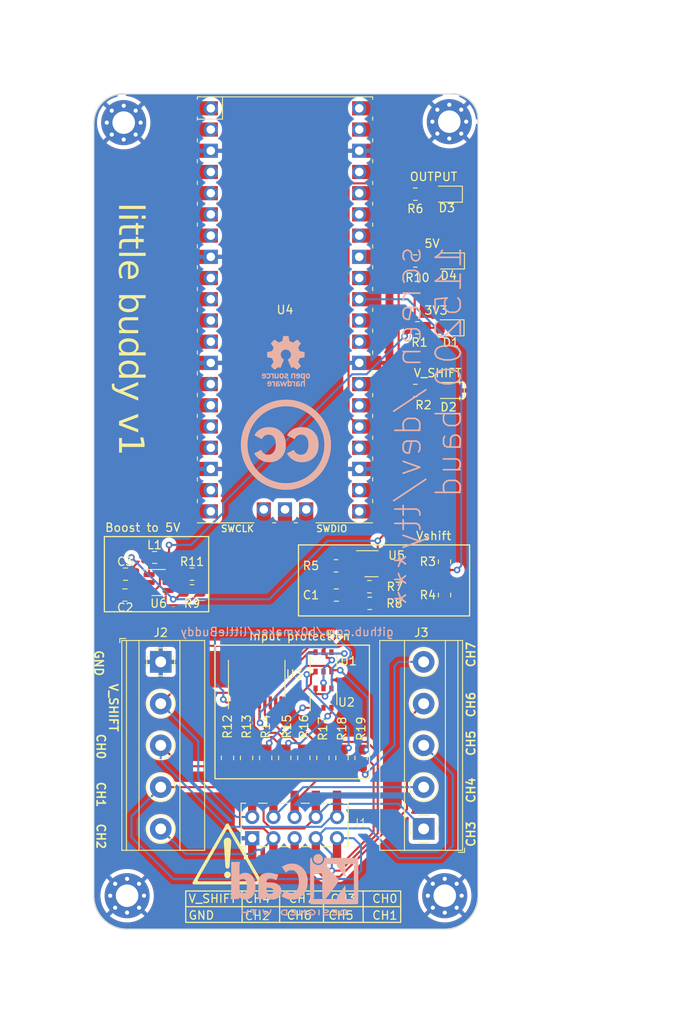
<source format=kicad_pcb>
(kicad_pcb (version 20240108) (generator "pcbnew") (generator_version "8.0")
  (layers (0 "F.Cu" signal) (31 "B.Cu" signal) (34 "B.Paste" user) (35 "F.Paste" user) (36 "B.SilkS" user "B.Silkscreen") (37 "F.SilkS" user "F.Silkscreen") (38 "B.Mask" user) (39 "F.Mask" user) (44 "Edge.Cuts" user))
  (net 0 "")
  (net 1 "GND")
  (net 2 "Net-(D1-A)")
  (net 3 "Net-(D2-A)")
  (net 4 "Net-(D3-A)")
  (net 5 "+5V")
  (net 6 "CH2")
  (net 7 "CH4")
  (net 8 "CH6")
  (net 9 "CH7")
  (net 10 "CH5")
  (net 11 "CH3")
  (net 12 "CH1")
  (net 13 "CH0")
  (net 14 "P0")
  (net 15 "P1")
  (net 16 "P2")
  (net 17 "P3")
  (net 18 "P4")
  (net 19 "P5")
  (net 20 "P6")
  (net 21 "P7")
  (net 22 "3V3")
  (net 23 "Net-(U4-GPIO19)")
  (net 24 "Net-(U6-VFB)")
  (net 47 "/V_SHIFT")
  (net 48 "Net-(U4-GPIO21)")
  (net 49 "Net-(U5-+)")
  (net 50 "Net-(U5--)")
  (net 51 "/V_SHIFT_SENSE")
  (net 52 "Net-(U3-A1)")
  (net 53 "Net-(U3-A2)")
  (net 54 "Net-(U3-A3)")
  (net 55 "Net-(U3-A4)")
  (net 56 "Net-(U3-A5)")
  (net 57 "Net-(U3-A6)")
  (net 58 "Net-(U3-A7)")
  (net 59 "Net-(U3-A8)")
  (net 60 "Net-(D4-A)")
  (net 64 "Net-(U6-SW)")
  (footprint "LED_SMD:LED_0805_2012Metric_Pad1.15x1.40mm_HandSolder" (layer "F.Cu") (at 152.5 79.5 180)
    (property "Reference" "D2")
    (property "Value" "LED")
  )
  (footprint "MountingHole:MountingHole_2.7mm_Pad_Via" (layer "F.Cu") (at 152.568109 47.318109)
    (property "Reference" "H3" (hide yes))
    (property "Value" "MountingHole_Pad")
  )
  (footprint "Resistor_SMD:R_0805_2012Metric_Pad1.20x1.40mm_HandSolder" (layer "F.Cu") (at 126 123.5 -90)
    (property "Reference" "R12")
    (property "Value" "1k")
  )
  (footprint "Resistor_SMD:R_0805_2012Metric_Pad1.20x1.40mm_HandSolder" (layer "F.Cu") (at 152 104 90)
    (property "Reference" "R4")
    (property "Value" "33K")
  )
  (footprint "Resistor_SMD:R_0805_2012Metric_Pad1.20x1.40mm_HandSolder" (layer "F.Cu") (at 121.75 101.5 180)
    (property "Reference" "R11")
    (property "Value" "309k")
  )
  (footprint "Package_SO:TSOP-6_1.65x3.05mm_P0.95mm" (layer "F.Cu") (at 137.5 112 90)
    (property "Reference" "U1")
    (property "Value" "NUP4302MR6T1G")
  )
  (footprint "Resistor_SMD:R_0805_2012Metric_Pad1.20x1.40mm_HandSolder" (layer "F.Cu") (at 139.714284 123.5 -90)
    (property "Reference" "R18")
    (property "Value" "1k")
  )
  (footprint "Resistor_SMD:R_0805_2012Metric_Pad1.20x1.40mm_HandSolder" (layer "F.Cu") (at 128.285714 123.5 -90)
    (property "Reference" "R13")
    (property "Value" "1k")
  )
  (footprint "Resistor_SMD:R_0805_2012Metric_Pad1.20x1.40mm_HandSolder" (layer "F.Cu") (at 121.75 103.5)
    (property "Reference" "R9")
    (property "Value" "976k")
  )
  (footprint "2x05_254mm_Vertical_Connector_THT+SMD:THT+SMD" (layer "F.Cu") (at 140.89 133.245 90)
    (property "Reference" "J1")
    (property "Value" "Conn_02x05_Counter_Clockwise")
  )
  (footprint "Resistor_SMD:R_0805_2012Metric_Pad1.20x1.40mm_HandSolder" (layer "F.Cu") (at 135.142856 123.5 -90)
    (property "Reference" "R16")
    (property "Value" "1k")
  )
  (footprint "Resistor_SMD:R_0805_2012Metric_Pad1.20x1.40mm_HandSolder" (layer "F.Cu") (at 137.42857 123.5 -90)
    (property "Reference" "R17")
    (property "Value" "1k")
  )
  (footprint "TerminalBlock_Phoenix:TerminalBlock_Phoenix_MKDS-1,5-5_1x05_P5.00mm_Horizontal" (layer "F.Cu") (at 149.5 132 90)
    (property "Reference" "J3")
    (property "Value" "Screw_Terminal_01x05")
  )
  (footprint "Resistor_SMD:R_0805_2012Metric_Pad1.20x1.40mm_HandSolder" (layer "F.Cu") (at 130.571428 123.5 -90)
    (property "Reference" "R14")
    (property "Value" "1k")
  )
  (footprint "Resistor_SMD:R_0805_2012Metric_Pad1.20x1.40mm_HandSolder" (layer "F.Cu") (at 148.5 56)
    (property "Reference" "R6")
    (property "Value" "470")
  )
  (footprint "Package_TO_SOT_SMD:SOT-23-5" (layer "F.Cu") (at 143.25 100.25)
    (property "Reference" "U5")
    (property "Value" "LM321")
  )
  (footprint "LED_SMD:LED_0805_2012Metric_Pad1.15x1.40mm_HandSolder" (layer "F.Cu") (at 152.275 56 180)
    (property "Reference" "D3")
    (property "Value" "LED")
  )
  (footprint "Resistor_SMD:R_0805_2012Metric_Pad1.20x1.40mm_HandSolder" (layer "F.Cu") (at 143.0375 105)
    (property "Reference" "R8")
    (property "Value" "33K")
  )
  (footprint "Capacitor_SMD:C_0805_2012Metric_Pad1.18x1.45mm_HandSolder" (layer "F.Cu") (at 113.7125 104 180)
    (property "Reference" "C2")
    (property "Value" "4.7uF")
  )
  (footprint "MountingHole:MountingHole_2.7mm_Pad_Via" (layer "F.Cu") (at 113.568109 47.431891)
    (property "Reference" "H2" (hide yes))
    (property "Value" "MountingHole_Pad")
  )
  (footprint "LED_SMD:LED_0805_2012Metric_Pad1.15x1.40mm_HandSolder" (layer "F.Cu") (at 152.475 72 180)
    (property "Reference" "D1")
    (property "Value" "LED")
  )
  (footprint "Package_TO_SOT_SMD:SOT-23-6" (layer "F.Cu") (at 117.75 102.5)
    (property "Reference" "U6")
    (property "Value" "MCP1640DCH")
  )
  (footprint "Resistor_SMD:R_0805_2012Metric_Pad1.20x1.40mm_HandSolder" (layer "F.Cu") (at 148.5 64)
    (property "Reference" "R10")
    (property "Value" "470")
  )
  (footprint "LED_SMD:LED_0805_2012Metric_Pad1.15x1.40mm_HandSolder" (layer "F.Cu") (at 152.525 64 180)
    (property "Reference" "D4")
    (property "Value" "LED")
  )
  (footprint "Resistor_SMD:R_0805_2012Metric_Pad1.20x1.40mm_HandSolder" (layer "F.Cu") (at 143 103)
    (property "Reference" "R7")
    (property "Value" "18K")
  )
  (footprint "Capacitor_SMD:C_0805_2012Metric_Pad1.18x1.45mm_HandSolder" (layer "F.Cu") (at 113.7875 101.5 180)
    (property "Reference" "C3")
    (property "Value" "10uF")
  )
  (footprint "TerminalBlock_Phoenix:TerminalBlock_Phoenix_MKDS-1,5-5_1x05_P5.00mm_Horizontal" (layer "F.Cu") (at 118 112 -90)
    (property "Reference" "J2")
    (property "Value" "Screw_Terminal_01x05")
  )
  (footprint "Elvis:Symbol_Attention_Triangle_8x7mm_Silk" (layer "F.Cu") (at 126 135)
    (property "Reference" "REF**" (hide yes))
    (property "Value" "Symbol_Attention_Triangle_8x7mm_Silk" (hide yes))
  )
  (footprint "Resistor_SMD:R_0805_2012Metric_Pad1.20x1.40mm_HandSolder" (layer "F.Cu") (at 139 100.5)
    (property "Reference" "R5")
    (property "Value" "R")
  )
  (footprint "Resistor_SMD:R_0805_2012Metric_Pad1.20x1.40mm_HandSolder" (layer "F.Cu") (at 152 100 90)
    (property "Reference" "R3")
    (property "Value" "18K")
  )
  (footprint "RP_Pico:RPi_Pico_SMD_TH" (layer "F.Cu") (at 132.89 69.85)
    (property "Reference" "U4")
    (property "Value" "Pico")
  )
  (footprint "Resistor_SMD:R_0805_2012Metric_Pad1.20x1.40mm_HandSolder" (layer "F.Cu") (at 148.5 79.5)
    (property "Reference" "R2")
    (property "Value" "470")
  )
  (footprint "Package_SO:TSSOP-20_4.4x6.5mm_P0.65mm" (layer "F.Cu") (at 129.5 114 90)
    (property "Reference" "U3")
    (property "Value" "TXS0108EPW")
  )
  (footprint "Resistor_SMD:R_0805_2012Metric_Pad1.20x1.40mm_HandSolder" (layer "F.Cu") (at 132.857142 123.5 -90)
    (property "Reference" "R15")
    (property "Value" "1k")
  )
  (footprint "Capacitor_SMD:C_0805_2012Metric_Pad1.18x1.45mm_HandSolder" (layer "F.Cu") (at 139.0375 104)
    (property "Reference" "C1")
    (property "Value" "C")
  )
  (footprint "MountingHole:MountingHole_2.7mm_Pad_Via" (layer "F.Cu") (at 113.975 140)
    (property "Reference" "H4" (hide yes))
    (property "Value" "MountingHole_Pad")
  )
  (footprint "Inductor_SMD:L_0805_2012Metric_Pad1.15x1.40mm_HandSolder" (layer "F.Cu") (at 117.275 99.5 180)
    (property "Reference" "L1")
    (property "Value" "4.7uH")
  )
  (footprint "Resistor_SMD:R_0805_2012Metric_Pad1.20x1.40mm_HandSolder" (layer "F.Cu") (at 148.75 72)
    (property "Reference" "R1")
    (property "Value" "470")
  )
  (footprint "Resistor_SMD:R_0805_2012Metric_Pad1.20x1.40mm_HandSolder" (layer "F.Cu") (at 142 123.5 -90)
    (property "Reference" "R19")
    (property "Value" "1k")
  )
  (footprint "MountingHole:MountingHole_2.7mm_Pad_Via" (layer "F.Cu") (at 152.025 140)
    (property "Reference" "H1" (hide yes))
    (property "Value" "MountingHole_Pad")
  )
  (footprint "Package_SO:TSOP-6_1.65x3.05mm_P0.95mm" (layer "F.Cu") (at 137.5 116.34 90)
    (property "Reference" "U2")
    (property "Value" "NUP4302MR6T1G")
  )
  (footprint "Symbol:OSHW-Logo_5.7x6mm_SilkScreen" (layer "B.Cu") (at 133 76 180)
    (property "Reference" "REF**" (hide yes))
    (property "Value" "OSHW-Logo_5.7x6mm_SilkScreen" (hide yes))
  )
  (footprint "Symbol:Symbol_CreativeCommons_SilkScreenTop_Type2_Big" (layer "B.Cu") (at 133 86 180)
    (property "Reference" "REF**" (hide yes))
    (property "Value" "Symbol_CreativeCommons_SilkScreenTop_Type2_Big" (hide yes))
  )
  (footprint "Symbol:KiCad-Logo2_6mm_SilkScreen" (layer "B.Cu") (at 134 138 180)
    (property "Reference" "REF**" (hide yes))
    (property "Value" "KiCad-Logo2_6mm_SilkScreen" (hide yes))
  )
  (gr_line (start 127.75 139.43775) (end 127.75 143.18775) (stroke (width 0.15)) (layer "F.SilkS"))
  (gr_line (start 132.25 139.43775) (end 132.25 143.18775) (stroke (width 0.15)) (layer "F.SilkS"))
  (gr_rect (start 121 139.43775) (end 146.75 143.18775) (stroke (width 0.15)) (fill none) (layer "F.SilkS"))
  (gr_line (start 142.25 139.43775) (end 142.25 143.18775) (stroke (width 0.15)) (layer "F.SilkS"))
  (gr_line (start 121 141.31275) (end 146.75 141.31275) (stroke (width 0.15)) (layer "F.SilkS"))
  (gr_rect (start 124.5 110) (end 143 126) (stroke (width 0.15)) (fill none) (layer "F.SilkS"))
  (gr_rect (start 134.5 98) (end 155 106.5) (stroke (width 0.15)) (fill none) (layer "F.SilkS"))
  (gr_line (start 137.5 139.43775) (end 137.5 143.18775) (stroke (width 0.15)) (layer "F.SilkS"))
  (gr_rect (start 111.25 97) (end 123.75 106) (stroke (width 0.15)) (fill none) (layer "F.SilkS"))
  (gr_line (start 155.999999 140.25) (end 156 47) (stroke (width 0.1)) (layer "Edge.Cuts"))
  (gr_arc (start 110 47.5) (mid 111.025126 45.025127) (end 113.5 44) (stroke (width 0.15)) (layer "Edge.Cuts"))
  (gr_line (start 110 47.5) (end 110.000001 140.25) (stroke (width 0.1)) (layer "Edge.Cuts"))
  (gr_line (start 114.266595 143.998927) (end 152.266595 143.998927) (stroke (width 0.1)) (layer "Edge.Cuts"))
  (gr_arc (start 114.266595 143.998927) (mid 111.354591 143.010698) (end 110.000001 140.25) (stroke (width 0.15)) (layer "Edge.Cuts"))
  (gr_arc (start 155.999999 140.25) (mid 154.839819 142.828059) (end 152.266595 143.998927) (stroke (width 0.15)) (layer "Edge.Cuts"))
  (gr_line (start 113.5 44) (end 153 44) (stroke (width 0.1)) (layer "Edge.Cuts"))
  (gr_arc (start 153 44) (mid 155.12132 44.87868) (end 156 47) (stroke (width 0.15)) (layer "Edge.Cuts"))
  (gr_text "screen /dev/tty***\n115200 baud" (at 154.25 62 90) (layer "B.SilkS") (effects (font (size 3 3) (thickness 0.2) (bold yes)) (justify left bottom mirror)))
  (gr_text "github.com/b0xmaker/littleBuddy" (at 146 109 0) (layer "B.SilkS") (effects (font (size 1 1)) (justify left bottom mirror)))
  (gr_text "V_SHIFT" (at 148.225 78 0) (layer "F.SilkS") (effects (font (size 1 1)) (justify left bottom)))
  (gr_text "GND" (at 121.25 142.93775 0) (layer "F.SilkS") (effects (font (size 1 1)) (justify left bottom)))
  (gr_text "CH7" (at 133.25 140.93775 0) (layer "F.SilkS") (effects (font (size 1 1)) (justify left bottom)))
  (gr_text "CH1" (at 110.25 126.25 -90) (layer "F.SilkS") (effects (font (size 1 1) (thickness 0.2) (bold yes)) (justify left bottom)))
  (gr_text "CH1" (at 143.25 142.93775 0) (layer "F.SilkS") (effects (font (size 1 1)) (justify left bottom)))
  (gr_text "V_SHIFT" (at 111.75 114.5 270) (layer "F.SilkS") (effects (font (size 1 1) (thickness 0.2) (bold yes)) (justify left bottom)))
  (gr_text "CH3" (at 155.75 134.25 90) (layer "F.SilkS") (effects (font (size 1 1) (thickness 0.2) (bold yes)) (justify left bottom)))
  (gr_text "CH6" (at 133 142.93775 0) (layer "F.SilkS") (effects (font (size 1 1)) (justify left bottom)))
  (gr_text "CH2" (at 128 143 0) (layer "F.SilkS") (effects (font (size 1 1) (thickness 0.125)) (justify left bottom)))
  (gr_text "CH7" (at 155.75 112.75 90) (layer "F.SilkS") (effects (font (size 1 1) (thickness 0.2) (bold yes)) (justify left bottom)))
  (gr_text "CH0" (at 110.25 120.5 -90) (layer "F.SilkS") (effects (font (size 1 1) (thickness 0.2) (bold yes)) (justify left bottom)))
  (gr_text "CH4" (at 155.75 129 90) (layer "F.SilkS") (effects (font (size 1 1) (thickness 0.2) (bold yes)) (justify left bottom)))
  (gr_text "Input protection" (at 128.5 109.5 0) (layer "F.SilkS") (effects (font (size 1 1)) (justify left bottom)))
  (gr_text "Vshift" (at 148.5 97.5 0) (layer "F.SilkS") (effects (font (size 1 1)) (justify left bottom)))
  (gr_text "CH6" (at 155.75 118.75 90) (layer "F.SilkS") (effects (font (size 1 1) (thickness 0.2) (bold yes)) (justify left bottom)))
  (gr_text "GND" (at 110 110.5 -90) (layer "F.SilkS") (effects (font (size 1 1) (thickness 0.2) (bold yes)) (justify left bottom)))
  (gr_text "3V3" (at 149.5 70.5 0) (layer "F.SilkS") (effects (font (size 1 1)) (justify left bottom)))
  (gr_text "5V" (at 149.5 62.5 0) (layer "F.SilkS") (effects (font (size 1 1)) (justify left bottom)))
  (gr_text "Boost to 5V" (at 111.25 96.5 0) (layer "F.SilkS") (effects (font (size 1 1)) (justify left bottom)))
  (gr_text "CH4" (at 128 140.93775 0) (layer "F.SilkS") (effects (font (size 1 1)) (justify left bottom)))
  (gr_text "CH0" (at 143.25 140.93775 0) (layer "F.SilkS") (effects (font (size 1 1)) (justify left bottom)))
  (gr_text "CH5" (at 155.75 123.366944 90) (layer "F.SilkS") (effects (font (size 1 1) (thickness 0.2) (bold yes)) (justify left bottom)))
  (gr_text "V_SHIFT" (at 121.25 140.93775 0) (layer "F.SilkS") (effects (font (size 1 1)) (justify left bottom)))
  (gr_text "CH5" (at 138 142.93775 0) (layer "F.SilkS") (effects (font (size 1 1)) (justify left bottom)))
  (gr_text "OUTPUT" (at 147.75 54.5 0) (layer "F.SilkS") (effects (font (size 1 1)) (justify left bottom)))
  (gr_text "little buddy v1" (at 112.5 57 -90) (layer "F.SilkS") (effects (font (size 3 3)) (justify left bottom)))
  (gr_text "CH3" (at 138.25 140.93775 0) (layer "F.SilkS") (effects (font (size 1 1)) (justify left bottom)))
  (gr_text "CH2" (at 110.25 131.25 -90) (layer "F.SilkS") (effects (font (size 1 1) (thickness 0.2) (bold yes)) (justify left bottom)))
  (segment (start 114.05 102.8) (end 112.75 101.5) (width 0.25) (layer "F.Cu") (net 1))
  (segment (start 116.3125 102.8) (end 114.05 102.8) (width 0.25) (layer "F.Cu") (net 1))
  (segment (start 116.6125 102.5) (end 116.3125 102.8) (width 0.25) (layer "F.Cu") (net 1))
  (segment (start 149.75 72) (end 151.45 72) (width 0.25) (layer "F.Cu") (net 2))
  (segment (start 149.5 79.5) (end 151.475 79.5) (width 0.25) (layer "F.Cu") (net 3))
  (segment (start 149.5 56) (end 151.25 56) (width 0.25) (layer "F.Cu") (net 4))
  (segment (start 119.5 104.5) (end 119.75 104.5) (width 0.25) (layer "F.Cu") (net 5))
  (segment (start 146.5 96.5) (end 146.5 65) (width 0.25) (layer "F.Cu") (net 5))
  (segment (start 115.35 100) (end 115 100) (width 0.25) (layer "F.Cu") (net 5))
  (segment (start 146.5 65) (end 147.5 64) (width 0.25) (layer "F.Cu") (net 5))
  (segment (start 144 97.5) (end 144 98.9125) (width 0.25) (layer "F.Cu") (net 5))
  (segment (start 114.825 100.525) (end 115.35 100) (width 0.25) (layer "F.Cu") (net 5))
  (segment (start 115 100) (end 114.5 99.5) (width 0.25) (layer "F.Cu") (net 5))
  (segment (start 118.8875 102.5) (end 119.75 102.5) (width 0.25) (layer "F.Cu") (net 5))
  (segment (start 144 97.5) (end 144.755 96.745) (width 0.25) (layer "F.Cu") (net 5))
  (segment (start 146.255 96.745) (end 146.5 96.5) (width 0.25) (layer "F.Cu") (net 5))
  (segment (start 144 98.9125) (end 144.3875 99.3) (width 0.25) (layer "F.Cu") (net 5))
  (segment (start 144.755 96.745) (end 146.255 96.745) (width 0.25) (layer "F.Cu") (net 5))
  (segment (start 114.825 101.5) (end 114.825 100.525) (width 0.25) (layer "F.Cu") (net 5))
  (segment (start 119.75 104.5) (end 120.75 103.5) (width 0.25) (layer "F.Cu") (net 5))
  (segment (start 119.75 102.5) (end 120.75 103.5) (width 0.25) (layer "F.Cu") (net 5))
  (via (at 119.5 104.5) (size 0.8) (drill 0.4) (layers "F.Cu" "B.Cu") (net 5))
  (via (at 144 97.5) (size 0.8) (drill 0.4) (layers "F.Cu" "B.Cu") (net 5))
  (via (at 114.5 99.5) (size 0.8) (drill 0.4) (layers "F.Cu" "B.Cu") (net 5))
  (segment (start 131 104.5) (end 138 97.5) (width 0.25) (layer "B.Cu") (net 5))
  (segment (start 138 97.5) (end 144 97.5) (width 0.25) (layer "B.Cu") (net 5))
  (segment (start 114.5 99.5) (end 119.5 104.5) (width 0.25) (layer "B.Cu") (net 5))
  (segment (start 119.5 104.5) (end 131 104.5) (width 0.25) (layer "B.Cu") (net 5))
  (segment (start 127.94 131.94) (end 130.325 131.94) (width 0.25) (layer "F.Cu") (net 6))
  (segment (start 127.5 131.5) (end 127.94 131.94) (width 0.25) (layer "F.Cu") (net 6))
  (segment (start 127.5 127.571428) (end 127.5 131.5) (width 0.25) (layer "F.Cu") (net 6))
  (segment (start 130.325 131.94) (end 131.5 133.115) (width 0.25) (layer "F.Cu") (net 6))
  (segment (start 130.571428 124.5) (end 127.5 127.571428) (width 0.25) (layer "F.Cu") (net 6))
  (segment (start 121 135) (end 129 135) (width 0.25) (layer "B.Cu") (net 6))
  (segment (start 129.5 134.5) (end 130.115 134.5) (width 0.25) (layer "B.Cu") (net 6))
  (segment (start 118 132) (end 121 135) (width 0.25) (layer "B.Cu") (net 6))
  (segment (start 129 135) (end 129.5 134.5) (width 0.25) (layer "B.Cu") (net 6))
  (segment (start 130.115 134.5) (end 131.5 133.115) (width 0.25) (layer "B.Cu") (net 6))
  (segment (start 131.5 130.575) (end 131.5 128.142856) (width 0.25) (layer "F.Cu") (net 7))
  (segment (start 131.5 128.142856) (end 135.142856 124.5) (width 0.25) (layer "F.Cu") (net 7))
  (segment (start 149.5 127) (end 135.075 127) (width 0.25) (layer "B.Cu") (net 7))
  (segment (start 135.075 127) (end 131.5 130.575) (width 0.25) (layer "B.Cu") (net 7))
  (segment (start 134.04 133.115) (end 134.04 134.317081) (width 0.25) (layer "F.Cu") (net 8))
  (segment (start 139.895 136) (end 143.5 132.395) (width 0.25) (layer "F.Cu") (net 8))
  (segment (start 147.5 119) (end 149.5 117) (width 0.25) (layer "F.Cu") (net 8))
  (segment (start 143.5 132.395) (end 143.5 124.3799) (width 0.25) (layer "F.Cu") (net 8))
  (segment (start 135.722919 136) (end 139.895 136) (width 0.25) (layer "F.Cu") (net 8))
  (segment (start 140.639284 123.575) (end 139.714284 124.5) (width 0.25) (layer "F.Cu") (net 8))
  (segment (start 143.5 124.3799) (end 142.6951 123.575) (width 0.25) (layer "F.Cu") (net 8))
  (segment (start 147.5 129.667792) (end 147.5 119) (width 0.25) (layer "F.Cu") (net 8))
  (segment (start 134.04 134.317081) (end 137.447919 137.725) (width 0.25) (layer "F.Cu") (net 8))
  (segment (start 139.442792 137.725) (end 147.5 129.667792) (width 0.25) (layer "F.Cu") (net 8))
  (segment (start 137.447919 137.725) (end 139.442792 137.725) (width 0.25) (layer "F.Cu") (net 8))
  (segment (start 142.6951 123.575) (end 140.639284 123.575) (width 0.25) (layer "F.Cu") (net 8))
  (segment (start 134.04 134.317081) (end 135.722919 136) (width 0.25) (layer "F.Cu") (net 8))
  (segment (start 141.075 125.425) (end 142 124.5) (width 0.25) (layer "F.Cu") (net 9))
  (segment (start 142 125) (end 142.5 125.5) (width 0.25) (layer "F.Cu") (net 9))
  (segment (start 134.04 130.575) (end 134.04 128.815) (width 0.25) (layer "F.Cu") (net 9))
  (segment (start 142 124.5) (end 142 125) (width 0.25) (layer "F.Cu") (net 9))
  (segment (start 137.43 125.425) (end 141.075 125.425) (width 0.25) (layer "F.Cu") (net 9))
  (segment (start 134.04 128.815) (end 137.43 125.425) (width 0.25) (layer "F.Cu") (net 9))
  (via (at 142.5 125.5) (size 0.8) (drill 0.4) (layers "F.Cu" "B.Cu") (net 9))
  (segment (start 146 122) (end 146 112.5) (width 0.25) (layer "B.Cu") (net 9))
  (segment (start 146 112.5) (end 146.5 112) (width 0.25) (layer "B.Cu") (net 9))
  (segment (start 146.5 112) (end 149.5 112) (width 0.25) (layer "B.Cu") (net 9))
  (segment (start 142.5 125.5) (end 146 122) (width 0.25) (layer "B.Cu") (net 9))
  (segment (start 144 122.8799) (end 144 132.531396) (width 0.25) (layer "F.Cu") (net 10))
  (segment (start 138.689284 123.239286) (end 138.689284 121.810716) (width 0.25) (layer "F.Cu") (net 10))
  (segment (start 138.925 121.575) (end 142.6951 121.575) (width 0.25) (layer "F.Cu") (net 10))
  (segment (start 137.42857 124.5) (end 138.689284 123.239286) (width 0.25) (layer "F.Cu") (net 10))
  (segment (start 139.531396 137) (end 138.5 137) (width 0.25) (layer "F.Cu") (net 10))
  (segment (start 144 132.531396) (end 139.531396 137) (width 0.25) (layer "F.Cu") (net 10))
  (segment (start 142.6951 121.575) (end 144 122.8799) (width 0.25) (layer "F.Cu") (net 10))
  (segment (start 138.689284 121.810716) (end 138.925 121.575) (width 0.25) (layer "F.Cu") (net 10))
  (via (at 138.5 137) (size 0.8) (drill 0.4) (layers "F.Cu" "B.Cu") (net 10))
  (segment (start 146.5 135.5) (end 151.5 135.5) (width 0.25) (layer "B.Cu") (net 10))
  (segment (start 153 125.5) (end 149.5 122) (width 0.25) (layer "B.Cu") (net 10))
  (segment (start 138.5 137) (end 138.5 135.035) (width 0.25) (layer "B.Cu") (net 10))
  (segment (start 142.94 131.94) (end 146.5 135.5) (width 0.25) (layer "B.Cu") (net 10))
  (segment (start 137.755 131.94) (end 142.94 131.94) (width 0.25) (layer "B.Cu") (net 10))
  (segment (start 151.5 135.5) (end 153 134) (width 0.25) (layer "B.Cu") (net 10))
  (segment (start 136.58 133.115) (end 137.755 131.94) (width 0.25) (layer "B.Cu") (net 10))
  (segment (start 138.5 135.035) (end 136.58 133.115) (width 0.25) (layer "B.Cu") (net 10))
  (segment (start 153 134) (end 153 125.5) (width 0.25) (layer "B.Cu") (net 10))
  (segment (start 130.325 131.061701) (end 130.325 127.032142) (width 0.25) (layer "F.Cu") (net 11))
  (segment (start 130.325 127.032142) (end 132.857142 124.5) (width 0.25) (layer "F.Cu") (net 11))
  (segment (start 136.58 130.575) (end 135.215 131.94) (width 0.25) (layer "F.Cu") (net 11))
  (segment (start 131.203299 131.94) (end 130.325 131.061701) (width 0.25) (layer "F.Cu") (net 11))
  (segment (start 135.215 131.94) (end 131.203299 131.94) (width 0.25) (layer "F.Cu") (net 11))
  (segment (start 149.5 132) (end 146.5 129) (width 0.25) (layer "B.Cu") (net 11))
  (segment (start 146.5 129) (end 138.155 129) (width 0.25) (layer "B.Cu") (net 11))
  (segment (start 138.155 129) (end 136.58 130.575) (width 0.25) (layer "B.Cu") (net 11))
  (segment (start 118 127) (end 125.785714 127) (width 0.25) (layer "F.Cu") (net 12))
  (segment (start 125.785714 127) (end 128.285714 124.5) (width 0.25) (layer "F.Cu") (net 12))
  (segment (start 141 138) (end 142 137) (width 0.25) (layer "B.Cu") (net 12))
  (segment (start 118 127) (end 114.5 130.5) (width 0.25) (layer "B.Cu") (net 12))
  (segment (start 119.5 138) (end 141 138) (width 0.25) (layer "B.Cu") (net 12))
  (segment (start 141.115 133.115) (end 139.12 133.115) (width 0.25) (layer "B.Cu") (net 12))
  (segment (start 114.5 133) (end 119.5 138) (width 0.25) (layer "B.Cu") (net 12))
  (segment (start 114.5 130.5) (end 114.5 133) (width 0.25) (layer "B.Cu") (net 12))
  (segment (start 142 137) (end 142 134) (width 0.25) (layer "B.Cu") (net 12))
  (segment (start 142 134) (end 141.115 133.115) (width 0.25) (layer "B.Cu") (net 12))
  (segment (start 126 124.5) (end 120.5 124.5) (width 0.25) (layer "F.Cu") (net 13))
  (segment (start 120.5 124.5) (end 118 122) (width 0.25) (layer "F.Cu") (net 13))
  (segment (start 138.425 130.575) (end 139.12 130.575) (width 0.25) (layer "B.Cu") (net 13))
  (segment (start 118 123.838477) (end 125.911523 131.75) (width 0.25) (layer "B.Cu") (net 13))
  (segment (start 137.25 131.75) (end 138.425 130.575) (width 0.25) (layer "B.Cu") (net 13))
  (segment (start 118 122) (end 118 123.838477) (width 0.25) (layer "B.Cu") (net 13))
  (segment (start 125.911523 131.75) (end 137.25 131.75) (width 0.25) (layer "B.Cu") (net 13))
  (segment (start 117.9 102.824999) (end 117.274999 103.45) (width 0.25) (layer "F.Cu") (net 22))
  (segment (start 116.5625 103.5) (end 116.6125 103.45) (width 0.25) (layer "F.Cu") (net 22))
  (segment (start 122.937501 110.075) (end 126.899999 110.075) (width 0.25) (layer "F.Cu") (net 22))
  (segment (start 116.6125 103.749999) (end 122.937501 110.075) (width 0.25) (layer "F.Cu") (net 22))
  (segment (start 118.8875 101.55) (end 118.8875 100.0875) (width 0.25) (layer "F.Cu") (net 22))
  (segment (start 119 98.8) (end 118.3 99.5) (width 0.25) (layer "F.Cu") (net 22))
  (segment (start 118.225001 101.55) (end 117.9 101.875001) (width 0.25) (layer "F.Cu") (net 22))
  (segment (start 114.75 103.5) (end 116.5625 103.5) (width 0.25) (layer "F.Cu") (net 22))
  (segment (start 127.225 110.400001) (end 127.225 111.1375) (width 0.25) (layer "F.Cu") (net 22))
  (segment (start 148.425 71.325) (end 147.75 72) (width 0.25) (layer "F.Cu") (net 22))
  (segment (start 148.425 60.915) (end 148.425 71.325) (width 0.25) (layer "F.Cu") (net 22))
  (segment (start 147.75 72) (end 147.75 72.475) (width 0.25) (layer "F.Cu") (net 22))
  (segment (start 117.9 101.875001) (end 117.9 102.824999) (width 0.25) (layer "F.Cu") (net 22))
  (segment (start 143.39 55.88) (end 148.425 60.915) (width 0.25) (layer "F.Cu") (net 22))
  (segment (start 118.8875 100.0875) (end 118.3 99.5) (width 0.25) (layer "F.Cu") (net 22))
  (segment (start 119 98) (end 119 98.8) (width 0.25) (layer "F.Cu") (net 22))
  (segment (start 118.8875 101.55) (end 118.225001 101.55) (width 0.25) (layer "F.Cu") (net 22))
  (segment (start 116.6125 103.45) (end 116.6125 103.749999) (width 0.25) (layer "F.Cu") (net 22))
  (segment (start 117.274999 103.45) (end 116.6125 103.45) (width 0.25) (layer "F.Cu") (net 22))
  (segment (start 126.899999 110.075) (end 127.225 110.400001) (width 0.25) (layer "F.Cu") (net 22))
  (segment (start 147.75 72.475) (end 147.225 73) (width 0.25) (layer "F.Cu") (net 22))
  (segment (start 141.78 55.88) (end 143.39 55.88) (width 0.25) (layer "F.Cu") (net 22))
  (via (at 119 98) (size 0.8) (drill 0.4) (layers "F.Cu" "B.Cu") (net 22))
  (via (at 147.225 73) (size 0.8) (drill 0.4) (layers "F.Cu" "B.Cu") (net 22))
  (segment (start 142.66 77.565) (end 140.935 77.565) (width 0.25) (layer "B.Cu") (net 22))
  (segment (start 125.5 94.141701) (end 121.641701 98) (width 0.25) (layer "B.Cu") (net 22))
  (segment (start 121.641701 98) (end 119 98) (width 0.25) (layer "B.Cu") (net 22))
  (segment (start 125.5 93) (end 125.5 94.141701) (width 0.25) (layer "B.Cu") (net 22))
  (segment (start 140.935 77.565) (end 125.5 93) (width 0.25) (layer "B.Cu") (net 22))
  (segment (start 147.225 73) (end 142.66 77.565) (width 0.25) (layer "B.Cu") (net 22))
  (segment (start 140.5 54.81) (end 140.5 82.54) (width 0.25) (layer "F.Cu") (net 23))
  (segment (start 140.5 82.54) (end 141.78 83.82) (width 0.25) (layer "F.Cu") (net 23))
  (segment (start 147.5 56) (end 146.205 54.705) (width 0.25) (layer "F.Cu") (net 23))
  (segment (start 140.605 54.705) (end 140.5 54.81) (width 0.25) (layer "F.Cu") (net 23))
  (segment (start 146.205 54.705) (end 140.605 54.705) (width 0.25) (layer "F.Cu") (net 23))
  (segment (start 118.5875 105.0875) (end 118.725 105.225) (width 0.25) (layer "F.Cu") (net 24))
  (segment (start 118.8875 103.45) (end 118.5875 103.75) (width 0.25) (layer "F.Cu") (net 24))
  (segment (start 122.75 101.5) (end 122.75 103.5) (width 0.25) (layer "F.Cu") (net 24))
  (segment (start 121.025 105.225) (end 122.75 103.5) (width 0.25) (layer "F.Cu") (net 24))
  (segment (start 118.725 105.225) (end 121.025 105.225) (width 0.25) (layer "F.Cu") (net 24))
  (segment (start 118.5875 103.75) (end 118.5875 105.0875) (width 0.25) (layer "F.Cu") (net 24))
  (segment (start 144 101.5875) (end 144.3875 101.2) (width 0.25) (layer "F.Cu") (net 47))
  (segment (start 144 103) (end 144 101.5875) (width 0.25) (layer "F.Cu") (net 47))
  (segment (start 138.5 111.790002) (end 138.450002 111.790002) (width 0.25) (layer "F.Cu") (net 47))
  (segment (start 138.450002 111.790002) (end 138.175 111.515) (width 0.25) (layer "F.Cu") (net 47))
  (segment (start 137.87 111.21) (end 137.5 110.84) (width 0.25) (layer "F.Cu") (net 47))
  (segment (start 144.3875 101.2) (end 149.8 101.2) (width 0.25) (layer "F.Cu") (net 47))
  (segment (start 144.9625 103.9625) (end 144 103) (width 0.25) (layer "F.Cu") (net 47))
  (segment (start 144.6326 106.025) (end 144.9625 105.6951) (width 0.25) (layer "F.Cu") (net 47))
  (segment (start 135.798605 110.165) (end 137.425 110.165) (width 0.25) (layer "F.Cu") (net 47))
  (segment (start 137.5 110.24) (end 137.5 110.84) (width 0.25) (layer "F.Cu") (net 47))
  (segment (start 152 99) (end 152 84) (width 0.25) (layer "F.Cu") (net 47))
  (segment (start 142.01 106.025) (end 144.6326 106.025) (width 0.25) (layer "F.Cu") (net 47))
  (segment (start 137.5 114.5) (end 137.5 115.18) (width 0.25) (layer "F.Cu") (net 47))
  (segment (start 127.225 116.8625) (end 127.225 116.125001) (width 0.25) (layer "F.Cu") (net 47))
  (segment (start 152 84) (end 147.5 79.5) (width 0.25) (layer "F.Cu") (net 47))
  (segment (start 127.225 116.125001) (end 130.368199 112.981802) (width 0.25) (layer "F.Cu") (net 47))
  (segment (start 126.799999 115.7) (end 127.225 116.125001) (width 0.25) (layer "F.Cu") (net 47))
  (segment (start 138.175 111.515) (end 137.87 111.515) (width 0.25) (layer "F.Cu") (net 47))
  (segment (start 132.981803 112.981802) (end 135.798605 110.165) (width 0.25) (layer "F.Cu") (net 47))
  (segment (start 118 117) (end 119.3 115.7) (width 0.25) (layer "F.Cu") (net 47))
  (segment (start 119.3 115.7) (end 126.799999 115.7) (width 0.25) (layer "F.Cu") (net 47))
  (segment (start 130.368199 112.981802) (end 132.981803 112.981802) (width 0.25) (layer "F.Cu") (net 47))
  (segment (start 144.9625 105.6951) (end 144.9625 103.9625) (width 0.25) (layer "F.Cu") (net 47))
  (segment (start 137.5 110.84) (end 137.5 110.535) (width 0.25) (layer "F.Cu") (net 47))
  (segment (start 149.8 101.2) (end 152 99) (width 0.25) (layer "F.Cu") (net 47))
  (segment (start 137.425 110.165) (end 137.5 110.24) (width 0.25) (layer "F.Cu") (net 47))
  (segment (start 137.87 111.515) (end 137.87 111.21) (width 0.25) (layer "F.Cu") (net 47))
  (segment (start 137.5 110.535) (end 142.01 106.025) (width 0.25) (layer "F.Cu") (net 47))
  (via (at 138.5 111.790002) (size 0.8) (drill 0.4) (layers "F.Cu" "B.Cu") (net 47))
  (via (at 137.5 114.5) (size 0.8) (drill 0.4) (layers "F.Cu" "B.Cu") (net 47))
  (segment (start 137.5 112.790002) (end 137.5 114.5) (width 0.25) (layer "B.Cu") (net 47))
  (segment (start 122.5 126) (end 122.5 121.5) (width 0.25) (layer "B.Cu") (net 47))
  (segment (start 138.5 111.790002) (end 137.5 112.790002) (width 0.25) (layer "B.Cu") (net 47))
  (segment (start 127.075 130.575) (end 122.5 126) (width 0.25) (layer "B.Cu") (net 47))
  (segment (start 128.96 130.575) (end 127.075 130.575) (width 0.25) (layer "B.Cu") (net 47))
  (segment (start 122.5 121.5) (end 118 117) (width 0.25) (layer "B.Cu") (net 47))
  (segment (start 140 103.925) (end 140.075 104) (width 0.25) (layer "F.Cu") (net 49))
  (segment (start 141.2 99.3) (end 142.1125 99.3) (width 0.25) (layer "F.Cu") (net 49))
  (segment (start 140 100.5) (end 141.2 99.3) (width 0.25) (layer "F.Cu") (net 49))
  (segment (start 140 100.5) (end 140 103.925) (width 0.25) (layer "F.Cu") (net 49))
  (segment (start 142 103) (end 142 101.3125) (width 0.25) (layer "F.Cu") (net 50))
  (segment (start 144.0375 105) (end 144 105) (width 0.25) (layer "F.Cu") (net 50))
  (segment (start 144 105) (end 142 103) (width 0.25) (layer "F.Cu") (net 50))
  (segment (start 142 101.3125) (end 142.1125 101.2) (width 0.25) (layer "F.Cu") (net 50))
  (segment (start 152 101) (end 153.5 101) (width 0.25) (layer "F.Cu") (net 51))
  (segment (start 152 101) (end 152 103) (width 0.25) (layer "F.Cu") (net 51))
  (via (at 153.5 101) (size 0.8) (drill 0.4) (layers "F.Cu" "B.Cu") (net 51))
  (segment (start 147.58 68.58) (end 141.78 68.58) (width 0.25) (layer "B.Cu") (net 51))
  (segment (start 154 75) (end 147.58 68.58) (width 0.25) (layer "B.Cu") (net 51))
  (segment (start 153.5 101) (end 154 100.5) (width 0.25) (layer "B.Cu") (net 51))
  (segment (start 154 100.5) (end 154 75) (width 0.25) (layer "B.Cu") (net 51))
  (segment (start 125.8625 116.8625) (end 125.5 116.5) (width 0.25) (layer "F.Cu") (net 52))
  (segment (start 137.405611 115.855) (end 136.625 115.855) (width 0.25) (layer "F.Cu") (net 52))
  (segment (start 137.68061 116.129999) (end 137.405611 115.855) (width 0.25) (layer "F.Cu") (net 52))
  (segment (start 126.575 116.8625) (end 125.8625 116.8625) (width 0.25) (layer "F.Cu") (net 52))
  (segment (start 126 117.4375) (end 126.575 116.8625) (width 0.25) (layer "F.Cu") (net 52))
  (segment (start 126 122.5) (end 126 117.4375) (width 0.25) (layer "F.Cu") (net 52))
  (segment (start 136.55 115.78) (end 136.55 115.18) (width 0.25) (layer "F.Cu") (net 52))
  (segment (start 136.625 115.855) (end 136.55 115.78) (width 0.25) (layer "F.Cu") (net 52))
  (via (at 125.5 116.5) (size 0.8) (drill 0.4) (layers "F.Cu" "B.Cu") (net 52))
  (via (at 137.68061 116.129999) (size 0.8) (drill 0.4) (layers "F.Cu" "B.Cu") (net 52))
  (segment (start 140.300305 111.725) (end 139.590307 111.725) (width 0.25) (layer "B.Cu") (net 52))
  (segment (start 138.525305 108.5) (end 140.725 110.699695) (width 0.25) (layer "B.Cu") (net 52))
  (segment (start 140.725 110.699695) (end 140.725 111.300305) (width 0.25) (layer "B.Cu") (net 52))
  (segment (start 124.5 114.5) (end 124.5 108.5) (width 0.25) (layer "B.Cu") (net 52))
  (segment (start 138.5 115.310609) (end 137.68061 116.129999) (width 0.25) (layer "B.Cu") (net 52))
  (segment (start 139.590307 111.725) (end 138.5 112.815307) (width 0.25) (layer "B.Cu") (net 52))
  (segment (start 140.725 111.300305) (end 140.300305 111.725) (width 0.25) (layer "B.Cu") (net 52))
  (segment (start 124.5 108.5) (end 138.525305 108.5) (width 0.25) (layer "B.Cu") (net 52))
  (segment (start 125.5 115.5) (end 124.5 114.5) (width 0.25) (layer "B.Cu") (net 52))
  (segment (start 125.5 116.5) (end 125.5 115.5) (width 0.25) (layer "B.Cu") (net 52))
  (segment (start 138.5 112.815307) (end 138.5 115.310609) (width 0.25) (layer "B.Cu") (net 52))
  (segment (start 128.285714 122.5) (end 127.875 122.089286) (width 0.25) (layer "F.Cu") (net 53))
  (segment (start 127.875 122.089286) (end 127.875 116.8625) (width 0.25) (layer "F.Cu") (net 53))
  (segment (start 130.571428 122.5) (end 130.571428 122.153572) (width 0.25) (layer "F.Cu") (net 54))
  (segment (start 130.571428 122.5) (end 128.525 120.453572) (width 0.25) (layer "F.Cu") (net 54))
  (segment (start 135 117.5) (end 136.55 117.5) (width 0.25) (layer "F.Cu") (net 54))
  (segment (start 128.525 120.453572) (end 128.525 116.8625) (width 0.25) (layer "F.Cu") (net 54))
  (segment (start 130.571428 122.153572) (end 131 121.725) (width 0.25) (layer "F.Cu") (net 54))
  (via (at 135 117.5) (size 0.8) (drill 0.4) (layers "F.Cu" "B.Cu") (net 54))
  (via (at 131 121.725) (size 0.8) (drill 0.4) (layers "F.Cu" "B.Cu") (net 54))
  (segment (start 131 121.725) (end 131 121.5) (width 0.25) (layer "B.Cu") (net 54))
  (segment (start 131 121.5) (end 135 117.5) (width 0.25) (layer "B.Cu") (net 54))
  (segment (start 132.857142 122.176633) (end 133.308775 121.725) (width 0.25) (layer "F.Cu") (net 55))
  (segment (start 132.857142 122.5) (end 131.357142 121) (width 0.25) (layer "F.Cu") (net 55))
  (segment (start 130 121) (end 130 120.5) (width 0.25) (layer "F.Cu") (net 55))
  (segment (start 131.357142 121) (end 130 121) (width 0.25) (layer "F.Cu") (net 55))
  (segment (start 129.175 119.675) (end 129.175 116.8625) (width 0.25) (layer "F.Cu") (net 55))
  (segment (start 132.857142 122.5) (end 132.857142 122.176633) (width 0.25) (layer "F.Cu") (net 55))
  (segment (start 138 118.5) (end 138.45 118.05) (width 0.25) (layer "F.Cu") (net 55))
  (segment (start 130 120.5) (end 129.175 119.675) (width 0.25) (layer "F.Cu") (net 55))
  (segment (start 138.45 118.05) (end 138.45 117.5) (width 0.25) (layer "F.Cu") (net 55))
  (via (at 133.308775 121.725) (size 0.8) (drill 0.4) (layers "F.Cu" "B.Cu") (net 55))
  (via (at 138 118.5) (size 0.8) (drill 0.4) (layers "F.Cu" "B.Cu") (net 55))
  (segment (start 133.308775 121.725) (end 134.775 121.725) (width 0.25) (layer "B.Cu") (net 55))
  (segment (start 134.775 121.725) (end 138 118.5) (width 0.25) (layer "B.Cu") (net 55))
  (segment (start 129.825 119.237347) (end 129.9 119.312347) (width 0.25) (layer "F.Cu") (net 56))
  (segment (start 132.5 121) (end 132 120.5) (width 0.25) (layer "F.Cu") (net 56))
  (segment (start 129.825 116.8625) (end 129.825 119.237347) (width 0.25) (layer "F.Cu") (net 56))
  (segment (start 135.142856 122.5) (end 133.642856 121) (width 0.25) (layer "F.Cu") (net 56))
  (segment (start 140 111) (end 138.61 111) (width 0.25) (layer "F.Cu") (net 56))
  (segment (start 130.5 120.5) (end 130.5 120) (width 0.25) (layer "F.Cu") (net 56))
  (segment (start 138.61 111) (end 138.45 110.84) (width 0.25) (layer "F.Cu") (net 56))
  (segment (start 129.825 119.325) (end 129.825 116.8625) (width 0.25) (layer "F.Cu") (net 56))
  (segment (start 133.642856 121) (end 132.5 121) (width 0.25) (layer "F.Cu") (net 56))
  (segment (start 130.5 120) (end 129.825 119.325) (width 0.25) (layer "F.Cu") (net 56))
  (segment (start 132 120.5) (end 130.5 120.5) (width 0.25) (layer "F.Cu") (net 56))
  (via (at 129.9 119.312347) (size 0.8) (drill 0.4) (layers "F.Cu" "B.Cu") (net 56))
  (via (at 140 111) (size 0.8) (drill 0.4) (layers "F.Cu" "B.Cu") (net 56))
  (segment (start 129.9 118.074695) (end 135.5 112.474695) (width 0.25) (layer "B.Cu") (net 56))
  (segment (start 135.5 111) (end 140 111) (width 0.25) (layer "B.Cu") (net 56))
  (segment (start 135.5 112.474695) (end 135.5 111) (width 0.25) (layer "B.Cu") (net 56))
  (segment (start 129.9 119.312347) (end 129.9 118.074695) (width 0.25) (layer "B.Cu") (net 56))
  (segment (start 130.475 116.125001) (end 135.760001 110.84) (width 0.25) (layer "F.Cu") (net 57))
  (segment (start 135.360372 120.431802) (end 132.568198 120.431802) (width 0.25) (layer "F.Cu") (net 57))
  (segment (start 137.42857 122.5) (end 135.360372 120.431802) (width 0.25) (layer "F.Cu") (net 57))
  (segment (start 130.475 116.8625) (end 130.475 116.125001) (width 0.25) (layer "F.Cu") (net 57))
  (segment (start 132.568198 120.431802) (end 130.475 118.338604) (width 0.25) (layer "F.Cu") (net 57))
  (segment (start 130.475 118.338604) (end 130.475 116.8625) (width 0.25) (layer "F.Cu") (net 57))
  (segment (start 135.760001 110.84) (end 136.55 110.84) (width 0.25) (layer "F.Cu") (net 57))
  (segment (start 139.714284 122.5) (end 140.3 122.5) (width 0.25) (layer "F.Cu") (net 58))
  (segment (start 140.3 122.5) (end 140.5 122.3) (width 0.25) (layer "F.Cu") (net 58))
  (segment (start 131.125 117.599999) (end 131.450001 117.925) (width 0.25) (layer "F.Cu") (net 58))
  (segment (start 136 114.628812) (end 136 113.5) (width 0.25) (layer "F.Cu") (net 58))
  (segment (start 131.450001 117.925) (end 132.703812 117.925) (width 0.25) (layer "F.Cu") (net 58))
  (segment (start 136.21 113.5) (end 136.55 113.16) (width 0.25) (layer "F.Cu") (net 58))
  (segment (start 131.125 116.8625) (end 131.125 117.599999) (width 0.25) (layer "F.Cu") (net 58))
  (segment (start 135.5 113.5) (end 136.21 113.5) (width 0.25) (layer "F.Cu") (net 58))
  (segment (start 132.703812 117.925) (end 136 114.628812) (width 0.25) (layer "F.Cu") (net 58))
  (via (at 135.5 113.5) (size 0.8) (drill 0.4) (layers "F.Cu" "B.Cu") (net 58))
  (via (at 140.5 122.3) (size 0.8) (drill 0.4) (layers "F.Cu" "B.Cu") (net 58))
  (segment (start 140.5 122.3) (end 140.5 119.974695) (width 0.25) (layer "B.Cu") (net 58))
  (segment (start 135.5 114.974695) (end 135.5 113.5) (width 0.25) (layer "B.Cu") (net 58))
  (segment (start 140.5 119.974695) (end 135.5 114.974695) (width 0.25) (layer "B.Cu") (net 58))
  (segment (start 138.61 113) (end 138.45 113.16) (width 0.25) (layer "F.Cu") (net 59))
  (segment (start 138.08 112.485) (end 138.595 113) (width 0.25) (layer "F.Cu") (net 59))
  (segment (start 131.775 116.125001) (end 135.415001 112.485) (width 0.25) (layer "F.Cu") (net 59))
  (segment (start 135.415001 112.485) (end 138.08 112.485) (width 0.25) (layer "F.Cu") (net 59))
  (segment (start 131.775 116.8625) (end 131.775 116.125001) (width 0.25) (layer "F.Cu") (net 59))
  (segment (start 138.595 113) (end 139.5 113) (width 0.25) (layer "F.Cu") (net 59))
  (segment (start 142.619712 122.524918) (end 142.594794 122.5) (width 0.25) (layer "F.Cu") (net 59))
  (segment (start 139.5 113) (end 138.61 113) (width 0.25) (layer "F.Cu") (net 59))
  (segment (start 142.594794 122.5) (end 142 122.5) (width 0.25) (layer "F.Cu") (net 59))
  (via (at 142.619712 122.524918) (size 0.8) (drill 0.4) (layers "F.Cu" "B.Cu") (net 59))
  (via (at 139.5 113) (size 0.8) (drill 0.4) (layers "F.Cu" "B.Cu") (net 59))
  (segment (start 142.797397 116.297397) (end 139.5 113) (width 0.25) (layer "B.Cu") (net 59))
  (segment (start 142.797397 122.347233) (end 142.797397 116.297397) (width 0.25) (layer "B.Cu") (net 59))
  (segment (start 142.619712 122.524918) (end 142.797397 122.347233) (width 0.25) (layer "B.Cu") (net 59))
  (segment (start 149.5 64) (end 151.5 64) (width 0.25) (layer "F.Cu") (net 60))
  (segment (start 116.6125 99.8625) (end 116.25 99.5) (width 0.25) (layer "F.Cu") (net 64))
  (segment (start 116.6125 101.55) (end 116.6125 99.8625) (width 0.25) (layer "F.Cu") (net 64))
  (zone (net 1) (net_name "GND") (layer "F.Cu") (connect_pads (clearance 0.5)) (min_thickness 0.25) (fill yes (thermal_gap 0.5) (thermal_bridge_width 0.5))
    (polygon (pts (xy 98.75 37.75) (xy 99 150) (xy 179.75 152.5) (xy 169.5 32.75)))
  )
  (zone (net 1) (net_name "GND") (layer "B.Cu") (priority 1) (connect_pads (clearance 0.5)) (min_thickness 0.25) (fill yes (thermal_gap 0.5) (thermal_bridge_width 0.5))
    (polygon (pts (xy 104.5 43) (xy 106.5 145.5) (xy 169.25 155.25) (xy 171 33.5) (xy 104.75 42.75)))
  )
)
</source>
